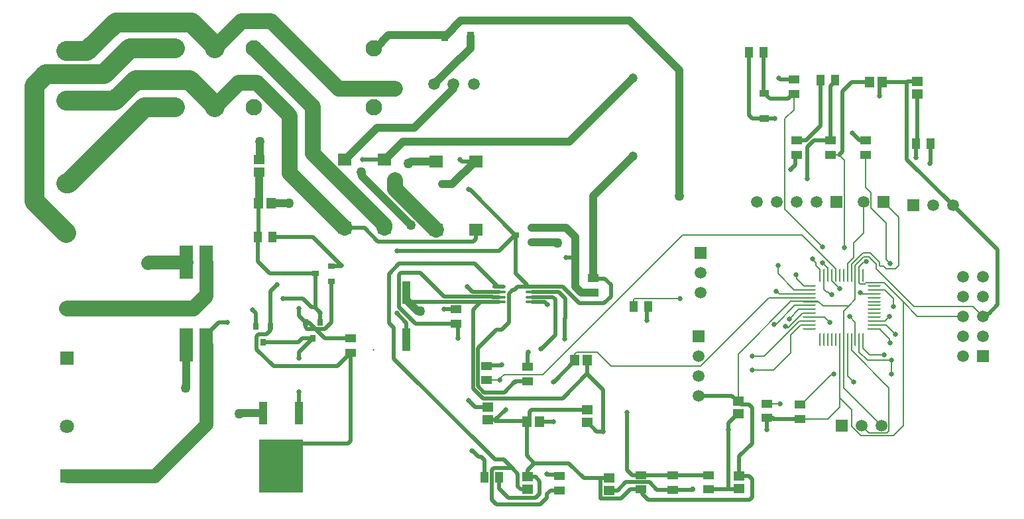
<source format=gtl>
G04*
G04 #@! TF.GenerationSoftware,Altium Limited,Altium Designer,23.4.1 (23)*
G04*
G04 Layer_Physical_Order=1*
G04 Layer_Color=255*
%FSLAX44Y44*%
%MOMM*%
G71*
G04*
G04 #@! TF.SameCoordinates,80FF149A-008E-4E34-88B8-DC70BB772429*
G04*
G04*
G04 #@! TF.FilePolarity,Positive*
G04*
G01*
G75*
%ADD16C,0.2540*%
%ADD17C,0.2032*%
%ADD22R,1.3046X1.4562*%
%ADD23R,1.4562X1.3046*%
G04:AMPARAMS|DCode=28|XSize=0.2525mm|YSize=1.6552mm|CornerRadius=0.1262mm|HoleSize=0mm|Usage=FLASHONLY|Rotation=180.000|XOffset=0mm|YOffset=0mm|HoleType=Round|Shape=RoundedRectangle|*
%AMROUNDEDRECTD28*
21,1,0.2525,1.4028,0,0,180.0*
21,1,0.0000,1.6552,0,0,180.0*
1,1,0.2525,0.0000,0.7014*
1,1,0.2525,0.0000,0.7014*
1,1,0.2525,0.0000,-0.7014*
1,1,0.2525,0.0000,-0.7014*
%
%ADD28ROUNDEDRECTD28*%
G04:AMPARAMS|DCode=29|XSize=1.6552mm|YSize=0.2525mm|CornerRadius=0.1262mm|HoleSize=0mm|Usage=FLASHONLY|Rotation=180.000|XOffset=0mm|YOffset=0mm|HoleType=Round|Shape=RoundedRectangle|*
%AMROUNDEDRECTD29*
21,1,1.6552,0.0000,0,0,180.0*
21,1,1.4028,0.2525,0,0,180.0*
1,1,0.2525,-0.7014,0.0000*
1,1,0.2525,0.7014,0.0000*
1,1,0.2525,0.7014,0.0000*
1,1,0.2525,-0.7014,0.0000*
%
%ADD29ROUNDEDRECTD29*%
%ADD30R,1.6552X0.2525*%
%ADD47O,1.7000X0.4500*%
%ADD48O,1.7000X0.3500*%
%ADD49R,1.4500X1.0500*%
%ADD50R,1.2200X0.9100*%
%ADD51R,1.0500X1.4500*%
%ADD52R,1.0000X2.8500*%
%ADD53R,5.6500X6.9000*%
%ADD54R,0.8000X0.9000*%
%ADD55R,1.7800X4.2700*%
%ADD56R,1.1000X2.9000*%
%ADD57R,0.9000X0.8000*%
%ADD58R,0.9100X1.2200*%
%ADD59R,1.7000X1.5000*%
%ADD60C,0.5080*%
%ADD61C,2.0320*%
%ADD62C,2.5400*%
%ADD63C,1.0160*%
%ADD64C,1.7780*%
%ADD65C,1.5190*%
%ADD66R,1.8000X1.8000*%
%ADD67C,1.8000*%
%ADD68C,1.2000*%
%ADD69C,1.5000*%
%ADD70R,1.5000X1.5000*%
%ADD71R,1.5000X1.5000*%
%ADD72C,2.1000*%
%ADD73C,0.6350*%
%ADD74C,1.2700*%
%ADD75C,0.7112*%
D16*
X468040Y208870D02*
X468130Y208960D01*
D17*
X1108055Y235390D02*
X1115069D01*
X1127696Y222763D01*
Y218250D02*
Y222763D01*
Y218250D02*
X1128522Y217424D01*
X1102360Y202692D02*
X1120902D01*
X1094300Y210752D02*
X1102360Y202692D01*
X633874Y175493D02*
X635673Y177292D01*
X633874Y175302D02*
Y175493D01*
X630174Y170434D02*
Y171602D01*
X613410Y169820D02*
X614024Y170434D01*
X630174Y171602D02*
X633874Y175302D01*
X614024Y170434D02*
X630174D01*
X635673Y177292D02*
X685292D01*
X994664Y239014D02*
X995833D01*
X997800Y237046D01*
X998418D01*
X1000252Y248412D02*
X1012230Y260390D01*
X1029970Y323951D02*
Y325120D01*
Y323951D02*
X1033780Y320141D01*
Y316678D02*
Y320141D01*
Y316678D02*
X1039300Y311159D01*
X1089300Y294386D02*
Y314600D01*
X1095184Y320484D02*
X1097724D01*
X1098550Y321310D01*
X1089300Y314600D02*
X1095184Y320484D01*
X1084300Y316894D02*
X1095067Y327660D01*
X1101852D01*
X1084300Y273064D02*
Y316894D01*
X1076268Y265032D02*
X1084300Y273064D01*
X1069300Y258064D02*
X1076268Y265032D01*
X1042946D02*
X1076268D01*
X1093648Y280390D02*
X1108055D01*
X1092098Y281940D02*
X1093648Y280390D01*
X1090930Y281940D02*
X1092098D01*
X1005840Y515620D02*
Y535940D01*
X994410Y388620D02*
X1042670Y340360D01*
X994410Y388620D02*
Y504190D01*
X1005840Y515620D01*
X1049300Y304145D02*
Y313410D01*
X1042670Y320040D02*
X1049300Y313410D01*
X1054300Y297055D02*
Y304145D01*
Y297055D02*
X1064260Y287096D01*
Y287020D02*
Y287096D01*
X1052932Y279400D02*
X1054100D01*
X1049216Y283115D02*
X1052932Y279400D01*
X1044300Y286004D02*
X1047189Y283115D01*
X1049216D01*
X1044300Y286004D02*
Y304145D01*
X986968Y280390D02*
X1025545D01*
X984148Y283210D02*
X986968Y280390D01*
X982980Y283210D02*
X984148D01*
X985520Y306070D02*
Y316230D01*
Y306070D02*
X1006200Y285390D01*
X1018531Y290390D02*
X1025545D01*
X1009206Y299715D02*
X1018531Y290390D01*
X1009206Y299715D02*
Y303974D01*
X1008380Y304800D02*
X1009206Y303974D01*
X1006200Y285390D02*
X1025545D01*
X952500Y182880D02*
X979424D01*
X1001776Y205232D01*
X1001764Y270510D02*
X1036767D01*
X952500Y200660D02*
X967740D01*
X1012470Y245390D01*
X1025545D01*
X1130300Y177800D02*
Y195580D01*
X1013460Y138790D02*
X1015460D01*
X1053644Y176974D01*
X1055814D01*
X1056640Y177800D01*
X1099820Y195580D02*
X1130300D01*
X1089300Y206100D02*
X1099820Y195580D01*
X1219146Y200660D02*
X1221740D01*
X1089300Y206100D02*
Y221635D01*
X1145540Y269748D02*
X1163828Y251460D01*
X1069300Y160060D02*
Y221635D01*
Y160060D02*
X1117600Y111760D01*
X934720Y142628D02*
Y203466D01*
X1001764Y270510D01*
X1036887Y270390D02*
X1037589D01*
X1036767Y270510D02*
X1036887Y270390D01*
X1025545D02*
X1036887D01*
X1037589D02*
X1042946Y265032D01*
X1101852Y327660D02*
X1111027Y318485D01*
Y312113D02*
Y318485D01*
Y312113D02*
X1158980Y264160D01*
X1069300Y221635D02*
Y258064D01*
X1158980Y264160D02*
X1234440D01*
X1247140Y251460D01*
X1013460Y120290D02*
X1049422D01*
X1064300Y135168D01*
Y147026D01*
X1079500Y110490D02*
Y131826D01*
Y110490D02*
X1091318Y98672D01*
X1132707D01*
X1145540Y111505D02*
Y269748D01*
X1120902Y294386D02*
X1145540Y269748D01*
X1097788Y294386D02*
X1120902D01*
X1090570Y293116D02*
X1096518D01*
X1064300Y147026D02*
Y221635D01*
Y147026D02*
X1079500Y131826D01*
X1132707Y98672D02*
X1145540Y111505D01*
X1163828Y251460D02*
X1221740D01*
X1096518Y293116D02*
X1097788Y294386D01*
X1089300D02*
X1090570Y293116D01*
X685292Y177292D02*
X863600Y355600D01*
X1016374D01*
X1059300Y312674D01*
Y304145D02*
Y312674D01*
X1063752Y457750D02*
X1070356Y451146D01*
X1052830Y457750D02*
X1063752D01*
X1070356Y339598D02*
Y451146D01*
X726052Y195580D02*
Y203320D01*
X728472Y205740D01*
X754380D01*
X772160Y187960D01*
X886406D01*
X973836Y275390D01*
X1025545D01*
X1108055Y240390D02*
X1123590D01*
X1135380Y228600D01*
X1108055Y245390D02*
X1121690D01*
X1127760Y251460D01*
X1123696Y323797D02*
X1128776Y318717D01*
X1123696Y323797D02*
Y370840D01*
X1104646Y389890D02*
X1123696Y370840D01*
X1104646Y389890D02*
Y409448D01*
X1097280Y416814D02*
X1104646Y409448D01*
X1097280Y416814D02*
Y458110D01*
X1108055Y285390D02*
X1108149Y285295D01*
X1115511D01*
X1115578Y285229D01*
X1121931D01*
X1132840Y274320D01*
Y264160D02*
Y274320D01*
X1079300Y304145D02*
Y318062D01*
X1093978Y332740D01*
X1103122D01*
X1115060Y320802D01*
Y316685D02*
Y320802D01*
Y316685D02*
X1116330Y315415D01*
X1120701D01*
X1123442Y312674D01*
X1135380D01*
X1139444Y316738D01*
Y378206D01*
X1120140Y397510D02*
X1139444Y378206D01*
X1074300Y304145D02*
Y319412D01*
X1082040Y327152D01*
Y345440D01*
X1094740Y358140D01*
Y397510D01*
X1039300Y304145D02*
Y311159D01*
X801010Y264160D02*
Y272944D01*
X802386Y274320D01*
X860044D01*
X980440Y241300D02*
X981266Y242126D01*
X983806D01*
X1007070Y265390D01*
X1025545D01*
X1012230Y260390D02*
X1025545D01*
X1025451Y255295D02*
X1025545Y255390D01*
X1016667Y255295D02*
X1025451D01*
X998418Y237046D02*
X1016667Y255295D01*
X1045010Y250390D02*
X1051560Y243840D01*
X1025545Y250390D02*
X1045010D01*
X1001776Y205232D02*
Y227330D01*
X1014836Y240390D01*
X1025545D01*
X1074300Y175380D02*
X1082040Y167640D01*
X1074300Y175380D02*
Y221635D01*
X1092200Y111760D02*
X1101986Y101974D01*
X1124712D01*
X1127506Y104768D01*
Y160068D01*
X1079300Y208274D02*
X1127506Y160068D01*
X1079300Y208274D02*
Y221635D01*
X971550Y140060D02*
X971910Y139700D01*
X988060D01*
X1084300Y221635D02*
Y244120D01*
X1076960Y251460D02*
X1084300Y244120D01*
X1094300Y210752D02*
Y221635D01*
D22*
X742068Y195580D02*
D03*
X726052D02*
D03*
X338208Y396240D02*
D03*
X322192D02*
D03*
X680720Y116840D02*
D03*
X664704D02*
D03*
X1102360Y551180D02*
D03*
X1118375D02*
D03*
D23*
X614680Y118992D02*
D03*
Y135008D02*
D03*
X322580Y452120D02*
D03*
Y436104D02*
D03*
X935990Y30975D02*
D03*
Y46990D02*
D03*
X934720Y126612D02*
D03*
Y142628D02*
D03*
X769620Y28822D02*
D03*
Y44838D02*
D03*
X665480Y30092D02*
D03*
Y46108D02*
D03*
X1163320Y535552D02*
D03*
Y551568D02*
D03*
X741680Y116065D02*
D03*
Y132080D02*
D03*
D28*
X1094300Y221635D02*
D03*
X1089300D02*
D03*
X1084300D02*
D03*
X1079300D02*
D03*
X1074300D02*
D03*
X1069300D02*
D03*
X1064300D02*
D03*
X1059300D02*
D03*
X1054300D02*
D03*
X1049300D02*
D03*
X1044300D02*
D03*
X1039300D02*
D03*
Y304145D02*
D03*
X1044300D02*
D03*
X1049300D02*
D03*
X1054300D02*
D03*
X1059300D02*
D03*
X1064300D02*
D03*
X1069300D02*
D03*
X1074300D02*
D03*
X1079300D02*
D03*
X1084300D02*
D03*
X1089300D02*
D03*
X1094300D02*
D03*
D29*
X1025545Y235390D02*
D03*
Y240390D02*
D03*
Y245390D02*
D03*
Y250390D02*
D03*
Y255390D02*
D03*
Y260390D02*
D03*
Y265390D02*
D03*
Y270390D02*
D03*
Y275390D02*
D03*
Y280390D02*
D03*
Y285390D02*
D03*
Y290390D02*
D03*
X1108055D02*
D03*
Y285390D02*
D03*
Y280390D02*
D03*
Y275390D02*
D03*
Y270390D02*
D03*
Y265390D02*
D03*
Y260390D02*
D03*
Y255390D02*
D03*
Y250390D02*
D03*
Y245390D02*
D03*
Y240390D02*
D03*
D30*
Y235390D02*
D03*
D47*
X629240Y289150D02*
D03*
D48*
Y282650D02*
D03*
Y276150D02*
D03*
Y269650D02*
D03*
X671240Y289150D02*
D03*
Y282650D02*
D03*
Y276150D02*
D03*
Y269650D02*
D03*
D49*
X1009650Y476610D02*
D03*
Y458110D02*
D03*
X1052830Y457750D02*
D03*
Y476250D02*
D03*
X1097280Y476610D02*
D03*
Y458110D02*
D03*
X574040Y242210D02*
D03*
Y260710D02*
D03*
X665480Y168550D02*
D03*
Y187050D02*
D03*
X439420Y223520D02*
D03*
Y205020D02*
D03*
X1005840Y535940D02*
D03*
Y554440D02*
D03*
X896620Y30120D02*
D03*
Y48620D02*
D03*
X810260D02*
D03*
Y30120D02*
D03*
X749300Y281940D02*
D03*
Y300440D02*
D03*
X850900Y48260D02*
D03*
Y29760D02*
D03*
X706120Y47350D02*
D03*
Y28850D02*
D03*
X971550Y121560D02*
D03*
Y140060D02*
D03*
X613410Y188320D02*
D03*
Y169820D02*
D03*
X1013460Y120290D02*
D03*
Y138790D02*
D03*
D50*
X967740Y537050D02*
D03*
Y504350D02*
D03*
D51*
X339450Y353060D02*
D03*
X320950D02*
D03*
X819510Y264160D02*
D03*
X801010D02*
D03*
X966830Y589280D02*
D03*
X948330D02*
D03*
X610510Y45720D02*
D03*
X629010D02*
D03*
X1039770Y553720D02*
D03*
X1058270D02*
D03*
X1161690Y472440D02*
D03*
X1180190D02*
D03*
D52*
X373320Y127820D02*
D03*
X327720D02*
D03*
D53*
X350520Y59820D02*
D03*
D54*
X400660Y243680D02*
D03*
X381660D02*
D03*
X391160Y223680D02*
D03*
X337160Y238600D02*
D03*
X318160D02*
D03*
X327660Y218600D02*
D03*
D55*
X229870Y321020D02*
D03*
X255270D02*
D03*
X229870Y214920D02*
D03*
X255270D02*
D03*
D56*
X510540Y221460D02*
D03*
Y281460D02*
D03*
D57*
X395130Y306070D02*
D03*
X415130Y315570D02*
D03*
Y296570D02*
D03*
X650400Y355600D02*
D03*
X670400Y365100D02*
D03*
Y346100D02*
D03*
D58*
X560230Y609600D02*
D03*
X592930D02*
D03*
D59*
X482600Y452120D02*
D03*
X431800D02*
D03*
Y364490D02*
D03*
X482600D02*
D03*
X599440Y449580D02*
D03*
X548640D02*
D03*
Y361950D02*
D03*
X599440D02*
D03*
D60*
X594868Y79248D02*
X595212D01*
X602639Y71821D01*
X606359D01*
X610510Y67670D01*
X318160Y238600D02*
Y256044D01*
X314452Y259752D02*
X318160Y256044D01*
X314452Y259752D02*
Y260096D01*
X395130Y262109D02*
X400965Y256274D01*
X395130Y262109D02*
Y306070D01*
X400812Y243832D02*
Y255778D01*
X400965Y255931D02*
Y256274D01*
X400660Y243680D02*
X400812Y243832D01*
Y255778D02*
X400965Y255931D01*
X690626Y49530D02*
X690869Y49287D01*
X702637D01*
X703410Y50060D01*
X706120Y47350D01*
X389478Y263302D02*
X393452D01*
X378460Y274320D02*
X389478Y263302D01*
X588518Y289306D02*
X588862D01*
X595078Y283090D02*
X622369D01*
X588862Y289306D02*
X595078Y283090D01*
X573860Y260530D02*
X574040Y260710D01*
X559488Y260530D02*
X573860D01*
X559308Y260350D02*
X559488Y260530D01*
X621030Y276150D02*
X629240D01*
X528320Y307340D02*
X558920Y276740D01*
X620440D02*
X621030Y276150D01*
X558920Y276740D02*
X620440D01*
X988393Y554747D02*
X1005533D01*
X986880Y556260D02*
X988393Y554747D01*
X986536Y556260D02*
X986880D01*
X665480Y187050D02*
X665734Y187304D01*
Y205142D01*
X666242Y205650D01*
Y205994D01*
X683260Y210058D02*
X701040Y227838D01*
X683006Y210058D02*
X683260D01*
X701040Y227838D02*
Y273174D01*
X712724Y223012D02*
Y248076D01*
X713994Y249346D01*
Y274066D01*
X705410Y282650D02*
X713994Y274066D01*
X665068Y168137D02*
X665480Y168550D01*
X635762Y154432D02*
X649467Y168137D01*
X610108Y154432D02*
X635762D01*
X649467Y168137D02*
X665068D01*
X602234Y162306D02*
X610108Y154432D01*
X353060Y274320D02*
X378460D01*
X922020Y30547D02*
X935563D01*
X897048D02*
X922020D01*
Y106680D01*
X613410Y188320D02*
X614077Y188987D01*
X632217D01*
X632460Y189230D01*
X574040Y242210D02*
X576337Y239913D01*
Y223763D02*
Y239913D01*
Y223763D02*
X576580Y223520D01*
X339450Y353060D02*
X391160D01*
X427990Y316230D01*
X1266190Y266700D02*
Y336550D01*
X1247140Y251460D02*
X1249824D01*
X1253531Y255166D02*
X1254656D01*
X1249824Y251460D02*
X1253531Y255166D01*
X1254656D02*
X1266190Y266700D01*
X1209040Y393700D02*
X1266190Y336550D01*
X454660Y452120D02*
X482600D01*
X971300Y533490D02*
Y535040D01*
X969290Y537050D02*
X971300Y535040D01*
X967740Y537050D02*
X969290D01*
X971300Y533490D02*
X975200Y529590D01*
X998154D01*
X1001130Y532566D02*
Y533230D01*
X1003840Y535940D01*
X998154Y529590D02*
X1001130Y532566D01*
X1003840Y535940D02*
X1005840D01*
X967285Y537505D02*
X967740Y537050D01*
X1161690Y472440D02*
X1161870Y472260D01*
Y454840D02*
Y472260D01*
Y454840D02*
X1162050Y454660D01*
X1180010Y472260D02*
X1180190Y472440D01*
X1180010Y447220D02*
Y472260D01*
X1179830Y447040D02*
X1180010Y447220D01*
X1115060Y533400D02*
X1115303Y533643D01*
Y548108D01*
X622369Y283090D02*
X622808Y282650D01*
X629240D01*
X649900Y355600D02*
X650400D01*
X629580Y335280D02*
X649900Y355600D01*
X499110Y335280D02*
X629580D01*
X501229Y304364D02*
X504205Y307340D01*
X501229Y263149D02*
Y304364D01*
X504205Y307340D02*
X528320D01*
X488529Y243320D02*
Y305649D01*
X501650Y318770D02*
X598107D01*
X488529Y305649D02*
X501650Y318770D01*
X598107D02*
X627727Y289150D01*
X512998Y270002D02*
X585216D01*
X883920Y149860D02*
X926730D01*
X933962Y142628D01*
X934720D01*
X715010Y326390D02*
X726440D01*
X818123Y262773D02*
X819510Y264160D01*
X818123Y246623D02*
Y262773D01*
X817880Y246380D02*
X818123Y246623D01*
X772160Y276860D02*
Y291664D01*
X749300Y300440D02*
X750086Y299654D01*
X764170D01*
X772160Y291664D01*
X763270Y267970D02*
X772160Y276860D01*
X731520Y267970D02*
X763270D01*
X671240Y289150D02*
X710340D01*
X731520Y267970D01*
X591723Y413777D02*
X649900Y355600D01*
X590793Y413777D02*
X591723D01*
X590550Y414020D02*
X590793Y413777D01*
X415130Y315570D02*
X426986D01*
X427646Y316230D01*
X427990D01*
X599052Y135008D02*
X614680D01*
X590550Y143510D02*
X599052Y135008D01*
X971550Y106680D02*
Y121560D01*
X1115303Y548108D02*
X1118375Y551180D01*
X1150366D01*
X952576Y504190D02*
X967580D01*
X981630Y504270D02*
X981710Y504190D01*
X948330Y508436D02*
X952576Y504190D01*
X967740Y504350D02*
X967820Y504270D01*
X981630D01*
X967580Y504190D02*
X967740Y504350D01*
X948330Y508436D02*
Y589280D01*
X1005533Y554747D02*
X1005840Y554440D01*
X322580Y452120D02*
X323215Y452755D01*
Y474345D02*
X323850Y474980D01*
X966830Y589280D02*
X967285Y588825D01*
Y537505D02*
Y588825D01*
X614680Y118992D02*
X624452D01*
X637297Y131837D01*
X624452Y117916D02*
X663628D01*
X610510Y45720D02*
Y67670D01*
X742068Y177412D02*
X762000Y157480D01*
Y104140D02*
Y157480D01*
X754120Y104383D02*
X761757D01*
X762000Y104140D01*
X742068Y178308D02*
Y195580D01*
Y177412D02*
Y178308D01*
X726052Y194822D02*
Y195580D01*
X699113Y167883D02*
X726052Y194822D01*
X698743Y167883D02*
X699113D01*
X698500Y167640D02*
X698743Y167883D01*
X680720Y116840D02*
X698500D01*
X741680Y116065D02*
X742438D01*
X754120Y104383D01*
X934720Y142628D02*
X938703Y138644D01*
X948476D01*
X952500Y134620D01*
Y88900D02*
Y134620D01*
X935990Y46990D02*
Y72390D01*
X952500Y88900D01*
X971550Y121560D02*
X978916D01*
X922263Y114913D02*
X933962Y126612D01*
X934720D01*
X922263Y106923D02*
Y114913D01*
X922020Y106680D02*
X922263Y106923D01*
X948690Y46990D02*
X952500Y43180D01*
Y19994D02*
Y43180D01*
X935990Y46990D02*
X948690D01*
X949524Y17018D02*
X952500Y19994D01*
X819404Y17018D02*
X949524D01*
X896620Y30120D02*
X897048Y30547D01*
X935563D02*
X935990Y30975D01*
X670996Y132080D02*
X741680D01*
X664704Y116840D02*
X668020Y120156D01*
Y129104D01*
X670996Y132080D01*
X663628Y117916D02*
X664704Y116840D01*
Y73420D02*
Y116840D01*
Y73420D02*
X674497Y63627D01*
X373320Y127820D02*
X373350Y127850D01*
Y154910D01*
X373380Y154940D01*
X391160Y223180D02*
Y223680D01*
X373623Y205643D02*
X391160Y223180D01*
X373623Y198363D02*
Y205643D01*
X373380Y198120D02*
X373623Y198363D01*
X422360Y187960D02*
X439420Y205020D01*
X319786Y209338D02*
X341164Y187960D01*
X422360D01*
X439420Y91876D02*
Y205020D01*
X255270Y214920D02*
Y227370D01*
X271497Y243597D01*
X281697D01*
X281940Y243840D01*
X381660Y243680D02*
Y244180D01*
X373623Y252217D02*
X381660Y244180D01*
X373623Y252217D02*
Y261377D01*
X373380Y261620D02*
X373623Y261377D01*
X337160Y238600D02*
Y283820D01*
X345440Y292100D01*
X598440Y449580D02*
X599440D01*
X582004D02*
X598440D01*
X579464Y452120D02*
X582004Y449580D01*
X579120Y452120D02*
X579464D01*
X322192Y396240D02*
X322386Y396434D01*
Y435910D02*
X322580Y436104D01*
X321571Y395619D02*
X322192Y396240D01*
X321571Y353681D02*
Y395619D01*
X320950Y353060D02*
X321571Y353681D01*
X320950Y321670D02*
X336550Y306070D01*
X320950Y321670D02*
Y353060D01*
X336550Y306070D02*
X395130D01*
X812292Y24130D02*
Y30120D01*
X664972Y289150D02*
Y291752D01*
X1007618Y445262D02*
Y458110D01*
X850900Y29760D02*
X875031D01*
X875750Y30480D01*
X876300D01*
X671240Y269650D02*
X687587D01*
X690537Y266700D01*
X690880D01*
X671240Y276150D02*
X698064D01*
X701040Y273174D01*
X780662Y29090D02*
X780796Y28956D01*
X671240Y282650D02*
X705410D01*
X376230Y88900D02*
X436444D01*
X439420Y91876D01*
X350520Y59820D02*
Y63190D01*
X376230Y88900D01*
X737228Y44838D02*
X760864D01*
X635254Y68326D02*
X646176Y57404D01*
X780796Y28956D02*
X791210Y39370D01*
X394970Y235204D02*
X406748D01*
X383946D02*
X394970D01*
X406654Y223520D01*
X386494Y243680D02*
X394970Y235204D01*
X319786Y209338D02*
Y226314D01*
X322072Y228600D01*
X332232D01*
X337160Y233528D01*
Y238600D01*
X406654Y223520D02*
X439420D01*
X381660Y243680D02*
X386494D01*
X381660Y237490D02*
Y243680D01*
Y237490D02*
X383946Y235204D01*
X406748D02*
X415130Y243586D01*
Y296570D01*
X377698Y223680D02*
X391160D01*
X372618Y218600D02*
X377698Y223680D01*
X327660Y218600D02*
X372618D01*
X431800Y364490D02*
X457200D01*
X474218Y347472D01*
X596392D01*
X599440Y350520D01*
Y361950D01*
X657352Y30092D02*
X665480D01*
X653288Y34156D02*
X657352Y30092D01*
X653288Y34156D02*
Y50292D01*
X624078Y68326D02*
X635254D01*
X494879Y197525D02*
X624078Y68326D01*
X494879Y197525D02*
Y236970D01*
X488529Y243320D02*
X494879Y236970D01*
X627727Y289150D02*
X629240D01*
X522169Y242210D02*
X574040D01*
X501229Y263149D02*
X522169Y242210D01*
X510540Y221460D02*
Y243332D01*
X498602Y255270D02*
X510540Y243332D01*
X850900Y48260D02*
X873400D01*
X873760Y48620D01*
X896620D01*
X830940Y48260D02*
X850900D01*
X830580Y48620D02*
X830940Y48260D01*
X810260Y48620D02*
X830580D01*
X780662Y28822D02*
X780796Y28956D01*
X769620Y28822D02*
X780662D01*
X718439Y63627D02*
X737228Y44838D01*
X674497Y63627D02*
X718439D01*
X665480Y54610D02*
X674497Y63627D01*
X665480Y46108D02*
Y54610D01*
X792988Y55224D02*
Y128270D01*
Y55224D02*
X799592Y48620D01*
X810260D01*
X760864Y44838D02*
X769620D01*
X758444Y42418D02*
X760864Y44838D01*
X758444Y18288D02*
Y42418D01*
Y18288D02*
X785220D01*
X797052Y30120D01*
X810260D01*
X831046Y29760D02*
X850900D01*
X821436Y39370D02*
X831046Y29760D01*
X791210Y39370D02*
X821436D01*
X646176Y57404D02*
X653288Y50292D01*
X622554Y57404D02*
X646176D01*
X619760Y54610D02*
X622554Y57404D01*
X619760Y16510D02*
Y54610D01*
Y16510D02*
X625602Y10668D01*
X681736D01*
X690626Y19558D01*
Y24130D01*
X695346Y28850D01*
X706120D01*
X665480Y46108D02*
X675506D01*
X681228Y40386D01*
Y24892D02*
Y40386D01*
X675894Y19558D02*
X681228Y24892D01*
X641096Y19558D02*
X675894D01*
X629010Y31644D02*
X641096Y19558D01*
X629010Y31644D02*
Y45720D01*
X810260Y30120D02*
X812292D01*
Y24130D02*
X819404Y17018D01*
X1150366Y452374D02*
X1209040Y393700D01*
X1150366Y452374D02*
Y551180D01*
X1150754Y551568D01*
X1163320D01*
X602234Y162306D02*
Y211074D01*
X625983Y234823D01*
X632968D01*
X641604Y243459D01*
Y280162D01*
X646460Y285018D01*
X648648D01*
X652780Y289150D01*
X664972D01*
X650400Y306324D02*
Y355600D01*
X664972Y289150D02*
X671240D01*
X650400Y306324D02*
X664972Y291752D01*
X710318Y146558D02*
X742068Y178308D01*
X608584Y146558D02*
X710318D01*
X595884Y159258D02*
X608584Y146558D01*
X595884Y159258D02*
Y259842D01*
X605692Y269650D01*
X585216Y270002D02*
X585568Y269650D01*
X605692D02*
X629240D01*
X585568D02*
X605692D01*
X978916Y121560D02*
X980185Y120290D01*
X1013460D01*
X1161690Y472440D02*
Y474472D01*
X1163320Y476102D01*
Y535552D01*
X1080008Y551180D02*
X1102360D01*
X1068070Y539242D02*
X1080008Y551180D01*
X1068070Y462068D02*
Y539242D01*
X1063752Y457750D02*
X1068070Y462068D01*
X1080262Y485902D02*
X1089554Y476610D01*
X1097280D01*
X1023366Y427736D02*
Y468376D01*
X1031240Y476250D01*
X1052830D01*
Y546248D01*
X1058270Y551688D01*
Y553720D01*
X1009650Y476610D02*
X1021334D01*
X1039770Y495047D01*
Y553720D01*
X1001776Y439420D02*
X1007618Y445262D01*
Y458110D02*
X1009650D01*
D61*
X361950Y434340D02*
Y508000D01*
Y434340D02*
X431800Y364490D01*
X424180Y542290D02*
X496570D01*
X337820Y628650D02*
X424180Y542290D01*
X496570Y414020D02*
X548640Y361950D01*
X496570Y414020D02*
Y425450D01*
X265830Y594360D02*
X300120Y628650D01*
X337820D01*
X265830Y519360D02*
X296380Y549910D01*
X320040D01*
X361950Y508000D01*
X482600Y364490D02*
Y368300D01*
X391160Y459740D02*
X482600Y368300D01*
X316230Y594360D02*
X391160Y519430D01*
Y459740D02*
Y519430D01*
X77470Y261620D02*
X238760D01*
X254000Y276860D01*
D62*
X139700Y627380D02*
X236220D01*
X265830Y597770D01*
X102870Y590550D02*
X139700Y627380D01*
X76200Y590550D02*
X102870D01*
X76200Y527050D02*
X138430D01*
X165100Y553720D01*
X233680D01*
X265830Y521570D01*
Y519360D02*
Y521570D01*
Y594360D02*
Y597770D01*
X35560Y398780D02*
X76200Y358140D01*
X35560Y398780D02*
Y546461D01*
X50439Y561340D01*
X124460D01*
X157480Y594360D01*
X215430D01*
X76200Y421640D02*
X78740D01*
X176460Y519360D01*
X215430D01*
D63*
X453390Y435610D02*
X453876Y435124D01*
Y431314D02*
X516890Y368300D01*
X453876Y431314D02*
Y435124D01*
X556260Y420370D02*
X569230D01*
X598440Y449580D01*
X560230Y609600D02*
Y610090D01*
X560760Y610620D01*
X561250D01*
X580550Y629920D01*
X796290D01*
X859790Y405130D02*
Y566420D01*
X796290Y629920D02*
X859790Y566420D01*
X670400Y346100D02*
X681913D01*
X682087Y345926D01*
X703094D01*
X703580Y345440D01*
X512998Y270002D02*
X524704Y258296D01*
X510540Y272460D02*
X512998Y270002D01*
X510540Y272460D02*
Y281460D01*
X524704Y258296D02*
X527834D01*
X528320Y257810D01*
X726440Y326390D02*
Y353060D01*
Y289560D02*
Y326390D01*
X323215Y452755D02*
Y474345D01*
X545900Y548640D02*
X578920Y581660D01*
X580390D01*
X592930Y594200D02*
Y609600D01*
X580390Y581660D02*
X592930Y594200D01*
X559700Y610620D02*
X560230Y610090D01*
X559210Y610620D02*
X559700D01*
X558960Y610870D02*
X559210Y610620D01*
X488273Y610870D02*
X558960D01*
X468830Y594360D02*
X471763D01*
X488273Y610870D01*
X338208Y396240D02*
X360680D01*
X322386Y396434D02*
Y435910D01*
X473440Y492760D02*
X520700D01*
X570720Y542780D01*
X431800Y452120D02*
X432800D01*
X473440Y492760D01*
X516307Y449580D02*
X548640D01*
X513767Y447040D02*
X516307Y449580D01*
X513080Y447040D02*
X513767D01*
X670400Y365100D02*
X714400D01*
X726440Y353060D01*
X749130Y282110D02*
X749300Y281940D01*
X733890Y282110D02*
X749130D01*
X726440Y289560D02*
X733890Y282110D01*
X749300Y405460D02*
X800100Y456260D01*
X749300Y300440D02*
Y405460D01*
X483600Y452120D02*
X506460Y474980D01*
X482600Y452120D02*
X483600D01*
X506460Y474980D02*
X718820D01*
X800100Y556260D01*
X228600Y160020D02*
X229870Y161290D01*
Y214920D01*
X297180Y127000D02*
X298000Y127820D01*
X327720D01*
D64*
X181320Y321020D02*
X229870D01*
X180340Y320040D02*
X181320Y321020D01*
X189230Y46990D02*
X255270Y113030D01*
Y214920D01*
X77470Y46990D02*
X189230D01*
X254000Y276860D02*
X255270Y278130D01*
Y321020D01*
D65*
X545900Y548640D02*
D03*
X570900D02*
D03*
X596900D02*
D03*
D66*
X77470Y46990D02*
D03*
X76200Y527050D02*
D03*
Y358140D02*
D03*
X77470Y198120D02*
D03*
D67*
Y110490D02*
D03*
X76200Y590550D02*
D03*
Y421640D02*
D03*
X77470Y261620D02*
D03*
D68*
X800100Y556260D02*
D03*
Y456260D02*
D03*
D69*
X886460Y281940D02*
D03*
Y307340D02*
D03*
X1094740Y397510D02*
D03*
X883920Y200660D02*
D03*
Y175260D02*
D03*
Y149860D02*
D03*
X1209040Y393700D02*
D03*
X1183640D02*
D03*
X1035050Y397510D02*
D03*
X1009650D02*
D03*
X984250D02*
D03*
X958850D02*
D03*
X1117600Y111760D02*
D03*
X1092200D02*
D03*
X1221740Y200660D02*
D03*
X1247140Y226060D02*
D03*
X1221740D02*
D03*
X1247140Y251460D02*
D03*
X1221740D02*
D03*
X1247140Y276860D02*
D03*
X1221740D02*
D03*
X1247140Y302260D02*
D03*
X1221740D02*
D03*
D70*
X886460Y332740D02*
D03*
X883920Y226060D02*
D03*
X1247140Y200660D02*
D03*
D71*
X1120140Y397510D02*
D03*
X1158240Y393700D02*
D03*
X1060450Y397510D02*
D03*
X1066800Y111760D02*
D03*
D72*
X215430Y594360D02*
D03*
Y519360D02*
D03*
X468830Y594360D02*
D03*
X316230D02*
D03*
X265830D02*
D03*
Y519360D02*
D03*
X316230D02*
D03*
X468830D02*
D03*
D73*
X1128522Y217424D02*
D03*
X594868Y79248D02*
D03*
X314452Y260096D02*
D03*
X400965Y255931D02*
D03*
X1120902Y202692D02*
D03*
X690626Y49530D02*
D03*
X588518Y289306D02*
D03*
X559308Y260350D02*
D03*
X986536Y556260D02*
D03*
X666242Y205994D02*
D03*
X683006Y210058D02*
D03*
X712724Y223012D02*
D03*
X649224Y167894D02*
D03*
X630174Y170434D02*
D03*
X994664Y239014D02*
D03*
X1000252Y248412D02*
D03*
X632460Y189230D02*
D03*
X576580Y223520D02*
D03*
X1029970Y325120D02*
D03*
X454660Y452120D02*
D03*
X556260Y420370D02*
D03*
X1098550Y321310D02*
D03*
X1090930Y281940D02*
D03*
X1162050Y454660D02*
D03*
X1179830Y447040D02*
D03*
X1115060Y533400D02*
D03*
X499110Y335280D02*
D03*
X715010Y326390D02*
D03*
X817880Y246380D02*
D03*
X590550Y414020D02*
D03*
X427990Y316230D02*
D03*
X590550Y143510D02*
D03*
X971550Y106680D02*
D03*
X981710Y504190D02*
D03*
X1042670Y320040D02*
D03*
X1064260Y287020D02*
D03*
X1054100Y279400D02*
D03*
X1042670Y340360D02*
D03*
X982980Y283210D02*
D03*
X985520Y316230D02*
D03*
X1008380Y304800D02*
D03*
X637540Y132080D02*
D03*
X698500Y167640D02*
D03*
Y116840D02*
D03*
X762000Y104140D02*
D03*
X952500Y182880D02*
D03*
X922020Y106680D02*
D03*
X373380Y154940D02*
D03*
Y198120D02*
D03*
X281940Y243840D02*
D03*
X353060Y274320D02*
D03*
X373380Y261620D02*
D03*
X345440Y292100D02*
D03*
X579120Y452120D02*
D03*
X952500Y200660D02*
D03*
X1130300Y177800D02*
D03*
X1056640D02*
D03*
X1130300Y195580D02*
D03*
X690880Y266700D02*
D03*
X498602Y255270D02*
D03*
X792988Y128270D02*
D03*
X1070356Y339598D02*
D03*
X1080262Y485902D02*
D03*
X1135380Y228600D02*
D03*
X1127760Y251460D02*
D03*
X1128776Y318717D02*
D03*
X1132840Y264160D02*
D03*
X860044Y274320D02*
D03*
X980440Y241300D02*
D03*
X1051560Y243840D02*
D03*
X1082040Y167640D02*
D03*
X988060Y139700D02*
D03*
X1076960Y251460D02*
D03*
X1023366Y427736D02*
D03*
X1001776Y439420D02*
D03*
D74*
X496570Y542290D02*
D03*
Y425450D02*
D03*
X453390Y435610D02*
D03*
X516890Y368300D02*
D03*
X859790Y405130D02*
D03*
X703580Y345440D02*
D03*
X528320Y257810D02*
D03*
X360680Y396240D02*
D03*
X323850Y474980D02*
D03*
X513080Y447040D02*
D03*
X297180Y127000D02*
D03*
X228600Y160020D02*
D03*
X180340Y320040D02*
D03*
D75*
X876300Y30480D02*
D03*
M02*

</source>
